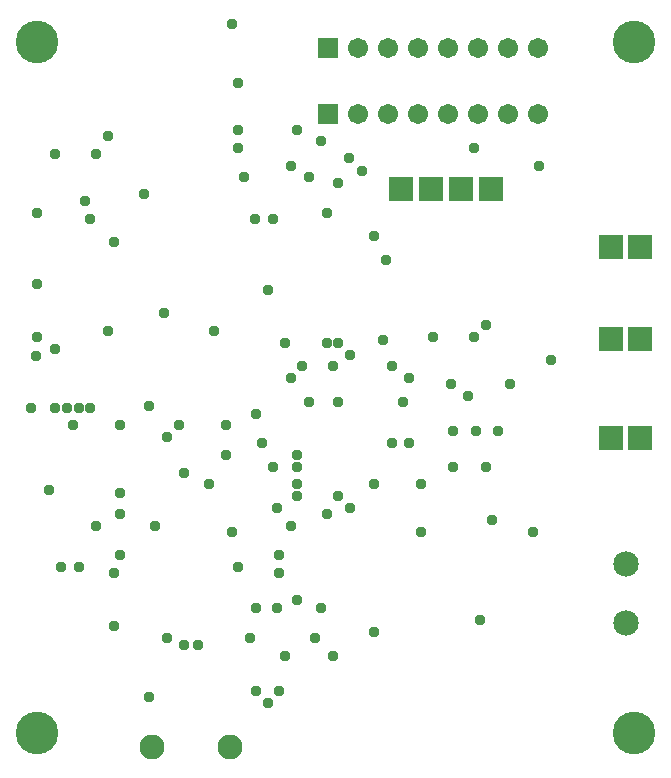
<source format=gbr>
G04 EAGLE Gerber RS-274X export*
G75*
%MOMM*%
%FSLAX34Y34*%
%LPD*%
%INSoldermask Bottom*%
%IPPOS*%
%AMOC8*
5,1,8,0,0,1.08239X$1,22.5*%
G01*
%ADD10C,3.603200*%
%ADD11C,2.153200*%
%ADD12R,1.711200X1.711200*%
%ADD13C,1.711200*%
%ADD14R,2.003200X2.003200*%
%ADD15C,2.108200*%
%ADD16C,0.959600*%


D10*
X35000Y35000D03*
X540000Y35000D03*
X540000Y620000D03*
X35000Y620000D03*
D11*
X533400Y127400D03*
X533400Y177400D03*
D12*
X280900Y614600D03*
D13*
X306300Y614600D03*
X331700Y614600D03*
X357100Y614600D03*
X382500Y614600D03*
X407900Y614600D03*
X433300Y614600D03*
X458700Y614600D03*
D12*
X280900Y558800D03*
D13*
X306300Y558800D03*
X331700Y558800D03*
X357100Y558800D03*
X382500Y558800D03*
X407900Y558800D03*
X433300Y558800D03*
X458700Y558800D03*
D14*
X545700Y284400D03*
X520700Y284400D03*
X545700Y367900D03*
X520700Y367900D03*
X545700Y446400D03*
X520700Y446400D03*
X419100Y495300D03*
X393700Y495300D03*
X368300Y495300D03*
X342900Y495300D03*
D15*
X132100Y22721D03*
X198100Y22721D03*
D16*
X420000Y215000D03*
X360000Y245000D03*
X425000Y290000D03*
X270000Y115000D03*
X290000Y365000D03*
X240000Y70000D03*
X220000Y70000D03*
X100000Y450000D03*
X35000Y475000D03*
X35000Y415000D03*
X35000Y370000D03*
X95000Y375000D03*
X205000Y585000D03*
X205000Y530000D03*
X405000Y370000D03*
X370000Y370000D03*
X158932Y255000D03*
X180000Y245000D03*
X280000Y475000D03*
X235000Y470000D03*
X350000Y280000D03*
X335000Y280000D03*
X410000Y130000D03*
X240000Y170000D03*
X345000Y315000D03*
X225000Y280000D03*
X330000Y435000D03*
X327486Y367514D03*
X55000Y175000D03*
X70000Y175000D03*
X255000Y270000D03*
X195000Y270000D03*
X105000Y238000D03*
X45000Y240000D03*
X145000Y285000D03*
X255000Y147000D03*
X275000Y140000D03*
X240000Y185000D03*
X205000Y175000D03*
X125000Y491068D03*
X95000Y540000D03*
X200000Y635000D03*
X230000Y410000D03*
X195000Y295000D03*
X155000Y295000D03*
X290000Y500000D03*
X470000Y350000D03*
X400000Y320000D03*
X250000Y335000D03*
X350000Y335000D03*
X255000Y260000D03*
X235000Y260000D03*
X220000Y305000D03*
X60000Y310000D03*
X320000Y245000D03*
X255000Y245000D03*
X250000Y515000D03*
X405000Y530000D03*
X100000Y125000D03*
X320000Y119932D03*
X100000Y170000D03*
X280000Y220000D03*
X210000Y505000D03*
X265000Y505000D03*
X255000Y545000D03*
X105000Y220000D03*
X238000Y225000D03*
X80000Y310000D03*
X80000Y470000D03*
X218932Y470000D03*
X75000Y485000D03*
X70000Y310000D03*
X298574Y521426D03*
X30000Y310000D03*
X34000Y354000D03*
X205000Y545000D03*
X85000Y525000D03*
X50000Y525000D03*
X50000Y360000D03*
X50000Y310000D03*
X65000Y295000D03*
X105000Y295000D03*
X142000Y390000D03*
X320000Y455000D03*
X250068Y210000D03*
X200000Y205000D03*
X215000Y115000D03*
X145000Y115000D03*
X290000Y235000D03*
X255000Y235000D03*
X275000Y536068D03*
X285000Y100000D03*
X245000Y100000D03*
X385000Y330000D03*
X435000Y330000D03*
X130000Y65000D03*
X230000Y60000D03*
X171168Y108932D03*
X159032Y108932D03*
X220000Y140000D03*
X238000Y140000D03*
X105000Y185000D03*
X300000Y225000D03*
X300000Y355000D03*
X415000Y380000D03*
X130000Y311068D03*
X265000Y315000D03*
X85000Y210000D03*
X135000Y210000D03*
X460000Y515000D03*
X310000Y510000D03*
X290000Y315000D03*
X285000Y345000D03*
X335000Y345000D03*
X258932Y345000D03*
X245000Y365000D03*
X185000Y375000D03*
X280000Y365000D03*
X406068Y290000D03*
X387000Y290000D03*
X387000Y260000D03*
X415000Y260000D03*
X455000Y205000D03*
X360000Y205000D03*
M02*

</source>
